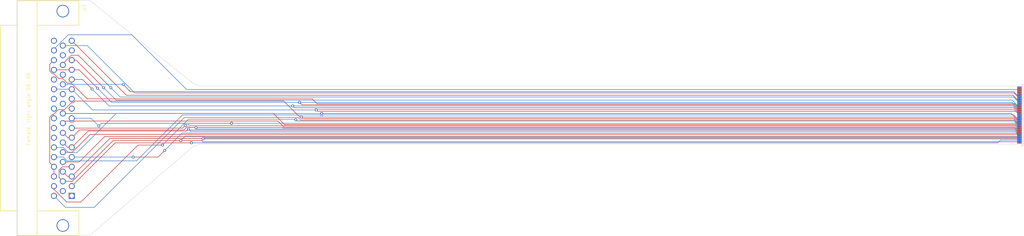
<source format=kicad_pcb>
(kicad_pcb (version 20221018) (generator pcbnew)
  (title_block (title "FNAL AstroDewar MAS Flex Circuit") (date "2024-01-13") (rev "1") (company "Lawrence Berkeley National Laboratory"))
  (layers (0 "F.Cu" signal) (31 "B.Cu" signal) (34 "B.Paste" user) (35 "F.Paste" user) (36 "B.SilkS" user "B.Silkscreen") (37 "F.SilkS" user "F.Silkscreen") (38 "B.Mask" user) (39 "F.Mask" user) (44 "Edge.Cuts" user))
  (net 0 "")
  (net 1 "GND")
  (net 2 "H1A")
  (net 3 "H2C")
  (net 4 "H3C")
  (net 5 "RGA")
  (net 6 "SWC")
  (net 7 "OGC")
  (net 8 "DGA")
  (net 9 "TGA")
  (net 10 "V1A")
  (net 11 "V2C")
  (net 12 "V3A")
  (net 13 "VREF")
  (net 14 "VDD")
  (net 15 "VDRAIN")
  (net 16 "P+MAS")
  (net 17 "VID2")
  (net 18 "VID1")
  (net 19 "VSUB")
  (net 20 "H1B")
  (net 21 "RGB")
  (net 22 "DGB")
  (net 23 "TGB")
  (net 24 "V1B")
  (net 25 "V3B")
  (net 26 "N+MAS")
  (net 27 "VID4")
  (net 28 "VID3")
  (footprint "projectFootprints:DB50-Female-RightAngle-1195-5050-ND" (layer "F.Cu") (at 86.4108 115.1126 -90)
    (fp_text reference "U1" (at -9.5 -3.5 90) (layer "F.SilkS"))
    (fp_text value "DB-50-LTA-V2" hide)
    (fp_line (start -11.408 -2.02) (end -4.408 -2.02) (stroke (width 0.254)) (layer "F.SilkS"))
    (fp_line (start -11.408 15.48) (end -11.408 -2.02) (stroke (width 0.254)) (layer "F.SilkS"))
    (fp_line (start -11.408 15.48) (end 55.592 15.48) (stroke (width 0.254)) (layer "F.SilkS"))
    (fp_line (start -4.408 -2.02) (end -4.408 9.88) (stroke (width 0.254)) (layer "F.SilkS"))
    (fp_line (start -4.408 20.32) (end -4.408 15.48) (stroke (width 0.254)) (layer "F.SilkS"))
    (fp_line (start -4.408 20.32) (end 48.592 20.32) (stroke (width 0.254)) (layer "F.SilkS"))
    (fp_line (start 48.592 -2.02) (end 48.592 9.88) (stroke (width 0.254)) (layer "F.SilkS"))
    (fp_line (start 48.592 20.32) (end 48.592 15.48) (stroke (width 0.254)) (layer "F.SilkS"))
    (fp_line (start 55.592 -2.02) (end 48.592 -2.02) (stroke (width 0.254)) (layer "F.SilkS"))
    (fp_line (start 55.592 9.88) (end -11.408 9.88) (stroke (width 0.254)) (layer "F.SilkS"))
    (fp_line (start 55.592 15.48) (end 55.592 -2.02) (stroke (width 0.254)) (layer "F.SilkS"))
    (pad "1" thru_hole rect (at 44.2978 0.0002 270) (size 1.7018 1.7018) (drill 1.1938) (layers "*.Cu" "*.Mask") (net 1 "GND"))
    (pad "2" thru_hole circle (at 41.5292 0.0002 270) (size 1.7018 1.7018) (drill 1.1938) (layers "*.Cu" "*.Mask") (net 2 "H1A"))
    (pad "3" thru_hole circle (at 38.7606 0.0002 270) (size 1.7018 1.7018) (drill 1.1938) (layers "*.Cu" "*.Mask") (net 3 "H2C"))
    (pad "4" thru_hole circle (at 35.992 0.0002 270) (size 1.7018 1.7018) (drill 1.1938) (layers "*.Cu" "*.Mask") (net 4 "H3C"))
    (pad "5" thru_hole circle (at 33.2234 0.0002 270) (size 1.7018 1.7018) (drill 1.1938) (layers "*.Cu" "*.Mask") (net 5 "RGA"))
    (pad "6" thru_hole circle (at 30.4548 0.0002 270) (size 1.7018 1.7018) (drill 1.1938) (layers "*.Cu" "*.Mask") (net 6 "SWC"))
    (pad "7" thru_hole circle (at 27.6862 0.0002 270) (size 1.7018 1.7018) (drill 1.1938) (layers "*.Cu" "*.Mask") (net 7 "OGC"))
    (pad "8" thru_hole circle (at 24.9176 0.0002 270) (size 1.7018 1.7018) (drill 1.1938) (layers "*.Cu" "*.Mask") (net 8 "DGA"))
    (pad "9" thru_hole circle (at 22.149 0.0002 270) (size 1.7018 1.7018) (drill 1.1938) (layers "*.Cu" "*.Mask") (net 9 "TGA"))
    (pad "10" thru_hole circle (at 19.3804 0.0002 270) (size 1.7018 1.7018) (drill 1.1938) (layers "*.Cu" "*.Mask") (net 1 "GND"))
    (pad "11" thru_hole circle (at 16.6118 0.0002 270) (size 1.7018 1.7018) (drill 1.1938) (layers "*.Cu" "*.Mask") (net 1 "GND"))
    (pad "12" thru_hole circle (at 13.8432 0.0002 270) (size 1.7018 1.7018) (drill 1.1938) (layers "*.Cu" "*.Mask") (net 13 "VREF"))
    (pad "13" thru_hole circle (at 11.0746 0.0002 270) (size 1.7018 1.7018) (drill 1.1938) (layers "*.Cu" "*.Mask") (net 14 "VDD"))
    (pad "14" thru_hole circle (at 8.306 0.0002 270) (size 1.7018 1.7018) (drill 1.1938) (layers "*.Cu" "*.Mask") (net 15 "VDRAIN"))
    (pad "15" thru_hole circle (at 5.5374 0.0002 270) (size 1.7018 1.7018) (drill 1.1938) (layers "*.Cu" "*.Mask") (net 16 "P+MAS"))
    (pad "16" thru_hole circle (at 2.7688 0.0002 270) (size 1.7018 1.7018) (drill 1.1938) (layers "*.Cu" "*.Mask") (net 1 "GND"))
    (pad "17" thru_hole circle (at 0.0002 0.0002 270) (size 1.7018 1.7018) (drill 1.1938) (layers "*.Cu" "*.Mask") (net 27 "VID4"))
    (pad "18" thru_hole circle (at 42.9135 2.54 270) (size 1.7018 1.7018) (drill 1.1938) (layers "*.Cu" "*.Mask") (net 1 "GND"))
    (pad "19" thru_hole circle (at 40.1449 2.54 270) (size 1.7018 1.7018) (drill 1.1938) (layers "*.Cu" "*.Mask") (net 4 "H3C"))
    (pad "20" thru_hole circle (at 37.3763 2.54 270) (size 1.7018 1.7018) (drill 1.1938) (layers "*.Cu" "*.Mask") (net 3 "H2C"))
    (pad "21" thru_hole circle (at 34.6077 2.54 270) (size 1.7018 1.7018) (drill 1.1938) (layers "*.Cu" "*.Mask") (net 20 "H1B"))
    (pad "22" thru_hole circle (at 31.8391 2.54 270) (size 1.7018 1.7018) (drill 1.1938) (layers "*.Cu" "*.Mask") (net 21 "RGB"))
    (pad "23" thru_hole circle (at 29.0705 2.54 270) (size 1.7018 1.7018) (drill 1.1938) (layers "*.Cu" "*.Mask") (net 6 "SWC"))
    (pad "24" thru_hole circle (at 26.3019 2.54 270) (size 1.7018 1.7018) (drill 1.1938) (layers "*.Cu" "*.Mask") (net 7 "OGC"))
    (pad "25" thru_hole circle (at 23.5333 2.54 270) (size 1.7018 1.7018) (drill 1.1938) (layers "*.Cu" "*.Mask") (net 22 "DGB"))
    (pad "26" thru_hole circle (at 20.7647 2.54 270) (size 1.7018 1.7018) (drill 1.1938) (layers "*.Cu" "*.Mask") (net 23 "TGB"))
    (pad "27" thru_hole circle (at 17.9961 2.54 270) (size 1.7018 1.7018) (drill 1.1938) (layers "*.Cu" "*.Mask") (net 1 "GND"))
    (pad "28" thru_hole circle (at 15.2275 2.54 270) (size 1.7018 1.7018) (drill 1.1938) (layers "*.Cu" "*.Mask") (net 1 "GND"))
    (pad "29" thru_hole circle (at 12.4589 2.54 270) (size 1.7018 1.7018) (drill 1.1938) (layers "*.Cu" "*.Mask") (net 28 "VID3"))
    (pad "30" thru_hole circle (at 9.6903 2.54 270) (size 1.7018 1.7018) (drill 1.1938) (layers "*.Cu" "*.Mask") (net 1 "GND"))
    (pad "31" thru_hole circle (at 6.9217 2.54 270) (size 1.7018 1.7018) (drill 1.1938) (layers "*.Cu" "*.Mask") (net 17 "VID2"))
    (pad "32" thru_hole circle (at 4.1531 2.54 270) (size 1.7018 1.7018) (drill 1.1938) (layers "*.Cu" "*.Mask") (net 1 "GND"))
    (pad "33" thru_hole circle (at 1.3845 2.54 270) (size 1.7018 1.7018) (drill 1.1938) (layers "*.Cu" "*.Mask") (net 18 "VID1"))
    (pad "34" thru_hole circle (at 44.2978 5.0798 270) (size 1.7018 1.7018) (drill 1.1938) (layers "*.Cu" "*.Mask") (net 10 "V1A"))
    (pad "35" thru_hole circle (at 41.5292 5.0798 270) (size 1.7018 1.7018) (drill 1.1938) (layers "*.Cu" "*.Mask") (net 24 "V1B"))
    (pad "36" thru_hole circle (at 38.7606 5.0798 270) (size 1.7018 1.7018) (drill 1.1938) (layers "*.Cu" "*.Mask") (net 11 "V2C"))
    (pad "37" thru_hole circle (at 35.992 5.0798 270) (size 1.7018 1.7018) (drill 1.1938) (layers "*.Cu" "*.Mask") (net 11 "V2C"))
    (pad "38" thru_hole circle (at 33.2234 5.0798 270) (size 1.7018 1.7018) (drill 1.1938) (layers "*.Cu" "*.Mask") (net 12 "V3A"))
    (pad "39" thru_hole circle (at 30.4548 5.0798 270) (size 1.7018 1.7018) (drill 1.1938) (layers "*.Cu" "*.Mask") (net 25 "V3B"))
    (pad "40" thru_hole circle (at 27.6862 5.0798 270) (size 1.7018 1.7018) (drill 1.1938) (layers "*.Cu" "*.Mask") (net 1 "GND"))
    (pad "41" thru_hole circle (at 24.9176 5.0798 270) (size 1.7018 1.7018) (drill 1.1938) (layers "*.Cu" "*.Mask"))
    (pad "42" thru_hole circle (at 22.149 5.0798 270) (size 1.7018 1.7018) (drill 1.1938) (layers "*.Cu" "*.Mask"))
    (pad "43" thru_hole circle (at 19.3804 5.0798 270) (size 1.7018 1.7018) (drill 1.1938) (layers "*.Cu" "*.Mask") (net 1 "GND"))
    (pad "44" thru_hole circle (at 16.6118 5.0798 270) (size 1.7018 1.7018) (drill 1.1938) (layers "*.Cu" "*.Mask") (net 1 "GND"))
    (pad "45" thru_hole circle (at 13.8432 5.0798 270) (size 1.7018 1.7018) (drill 1.1938) (layers "*.Cu" "*.Mask") (net 13 "VREF"))
    (pad "46" thru_hole circle (at 11.0746 5.0798 270) (size 1.7018 1.7018) (drill 1.1938) (layers "*.Cu" "*.Mask") (net 14 "VDD"))
    (pad "47" thru_hole circle (at 8.306 5.0798 270) (size 1.7018 1.7018) (drill 1.1938) (layers "*.Cu" "*.Mask") (net 15 "VDRAIN"))
    (pad "48" thru_hole circle (at 5.5374 5.0798 270) (size 1.7018 1.7018) (drill 1.1938) (layers "*.Cu" "*.Mask") (net 26 "N+MAS"))
    (pad "49" thru_hole circle (at 2.7688 5.0798 270) (size 1.7018 1.7018) (drill 1.1938) (layers "*.Cu" "*.Mask") (net 19 "VSUB"))
    (pad "50" thru_hole circle (at 0.0002 5.0798 270) (size 1.7018 1.7018) (drill 1.1938) (layers "*.Cu" "*.Mask") (net 1 "GND"))
    (pad "51" thru_hole circle (at 52.756 2.54 270) (size 3.556 3.556) (drill 3.1) (layers "*.Cu" "*.Mask") (net 1 "GND"))
    (pad "52" thru_hole circle (at -8.458 2.54 270) (size 3.556 3.556) (drill 3.1) (layers "*.Cu" "*.Mask") (net 1 "GND"))
  )
  (footprint "projectFootprints:Omnetics_A28300-051_flexmount" (layer "B.Cu") (at 356.4636 144.272 90)
    (fp_text reference "J1" hide)
    (fp_text value "Conn_02x25_Top_Bottom")
    (fp_line (start -0.8255 0.889) (end -0.8255 0.381) (stroke (width 0.1)) (layer "B.SilkS"))
    (fp_line (start -0.8255 0.889) (end 16.7005 0.889) (stroke (width 0.1)) (layer "B.SilkS"))
    (fp_line (start 16.7005 0.889) (end 16.7005 0.381) (stroke (width 0.1)) (layer "B.SilkS"))
    (pad "1" smd rect (at 0 0 90) (size 0.4318 1.27) (layers "B.Cu" "B.Paste" "B.Mask") (net 1 "GND"))
    (pad "2" smd rect (at 0.635 0 90) (size 0.4318 1.27) (layers "B.Cu" "B.Paste" "B.Mask") (net 2 "H1A"))
    (pad "3" smd rect (at 1.27 0 90) (size 0.4318 1.27) (layers "B.Cu" "B.Paste" "B.Mask") (net 3 "H2C"))
    (pad "4" smd rect (at 1.905 0 90) (size 0.4318 1.27) (layers "B.Cu" "B.Paste" "B.Mask") (net 4 "H3C"))
    (pad "5" smd rect (at 2.54 0 90) (size 0.4318 1.27) (layers "B.Cu" "B.Paste" "B.Mask") (net 5 "RGA"))
    (pad "6" smd rect (at 3.175 0 90) (size 0.4318 1.27) (layers "B.Cu" "B.Paste" "B.Mask") (net 6 "SWC"))
    (pad "7" smd rect (at 3.81 0 90) (size 0.4318 1.27) (layers "B.Cu" "B.Paste" "B.Mask") (net 7 "OGC"))
    (pad "8" smd rect (at 4.445 0 90) (size 0.4318 1.27) (layers "B.Cu" "B.Paste" "B.Mask") (net 8 "DGA"))
    (pad "9" smd rect (at 5.08 0 90) (size 0.4318 1.27) (layers "B.Cu" "B.Paste" "B.Mask") (net 9 "TGA"))
    (pad "10" smd rect (at 5.715 0 90) (size 0.4318 1.27) (layers "B.Cu" "B.Paste" "B.Mask") (net 10 "V1A"))
    (pad "11" smd rect (at 6.35 0 90) (size 0.4318 1.27) (layers "B.Cu" "B.Paste" "B.Mask") (net 11 "V2C"))
    (pad "12" smd rect (at 6.985 0 90) (size 0.4318 1.27) (layers "B.Cu" "B.Paste" "B.Mask") (net 12 "V3A"))
    (pad "13" smd rect (at 7.62 0 90) (size 0.4318 1.27) (layers "B.Cu" "B.Paste" "B.Mask") (net 1 "GND"))
    (pad "14" smd rect (at 8.255 0 90) (size 0.4318 1.27) (layers "B.Cu" "B.Paste" "B.Mask") (net 1 "GND"))
    (pad "15" smd rect (at 8.89 0 90) (size 0.4318 1.27) (layers "B.Cu" "B.Paste" "B.Mask") (net 13 "VREF"))
    (pad "16" smd rect (at 9.525 0 90) (size 0.4318 1.27) (layers "B.Cu" "B.Paste" "B.Mask") (net 14 "VDD"))
    (pad "17" smd rect (at 10.16 0 90) (size 0.4318 1.27) (layers "B.Cu" "B.Paste" "B.Mask") (net 15 "VDRAIN"))
    (pad "18" smd rect (at 10.795 0 90) (size 0.4318 1.27) (layers "B.Cu" "B.Paste" "B.Mask") (net 16 "P+MAS"))
    (pad "19" smd rect (at 11.43 0 90) (size 0.4318 1.27) (layers "B.Cu" "B.Paste" "B.Mask") (net 1 "GND"))
    (pad "20" smd rect (at 12.065 0 90) (size 0.4318 1.27) (layers "B.Cu" "B.Paste" "B.Mask") (net 17 "VID2"))
    (pad "21" smd rect (at 12.7 0 90) (size 0.4318 1.27) (layers "B.Cu" "B.Paste" "B.Mask") (net 1 "GND"))
    (pad "22" smd rect (at 13.335 0 90) (size 0.4318 1.27) (layers "B.Cu" "B.Paste" "B.Mask") (net 18 "VID1"))
    (pad "23" smd rect (at 13.97 0 90) (size 0.4318 1.27) (layers "B.Cu" "B.Paste" "B.Mask") (net 1 "GND"))
    (pad "24" smd rect (at 14.605 0 90) (size 0.4318 1.27) (layers "B.Cu" "B.Paste" "B.Mask") (net 1 "GND"))
    (pad "25" smd rect (at 15.24 0 90) (size 0.4318 1.27) (layers "B.Cu" "B.Paste" "B.Mask") (net 19 "VSUB"))
    (pad "26" smd rect (at 15.875 0 90) (size 0.4318 1.27) (layers "B.Cu" "B.Paste" "B.Mask") (net 1 "GND"))
    (pad "27" smd rect (at 0.3175 0 90) (size 0.4318 1.27) (layers "F.Cu" "B.Paste" "B.Mask") (net 4 "H3C"))
    (pad "28" smd rect (at 0.9525 0 90) (size 0.4318 1.27) (layers "F.Cu" "B.Paste" "B.Mask") (net 3 "H2C"))
    (pad "29" smd rect (at 1.5875 0 90) (size 0.4318 1.27) (layers "F.Cu" "B.Paste" "B.Mask") (net 20 "H1B"))
    (pad "30" smd rect (at 2.2225 0 90) (size 0.4318 1.27) (layers "F.Cu" "B.Paste" "B.Mask") (net 21 "RGB"))
    (pad "31" smd rect (at 2.8575 0 90) (size 0.4318 1.27) (layers "F.Cu" "B.Paste" "B.Mask") (net 6 "SWC"))
    (pad "32" smd rect (at 3.4925 0 90) (size 0.4318 1.27) (layers "F.Cu" "B.Paste" "B.Mask") (net 7 "OGC"))
    (pad "33" smd rect (at 4.1275 0 90) (size 0.4318 1.27) (layers "F.Cu" "B.Paste" "B.Mask") (net 22 "DGB"))
    (pad "34" smd rect (at 4.7625 0 90) (size 0.4318 1.27) (layers "F.Cu" "B.Paste" "B.Mask") (net 23 "TGB"))
    (pad "35" smd rect (at 5.3975 0 90) (size 0.4318 1.27) (layers "F.Cu" "B.Paste" "B.Mask") (net 24 "V1B"))
    (pad "36" smd rect (at 6.0325 0 90) (size 0.4318 1.27) (layers "F.Cu" "B.Paste" "B.Mask") (net 11 "V2C"))
    (pad "37" smd rect (at 6.6675 0 90) (size 0.4318 1.27) (layers "F.Cu" "B.Paste" "B.Mask") (net 25 "V3B"))
    (pad "38" smd rect (at 7.3025 0 90) (size 0.4318 1.27) (layers "F.Cu" "B.Paste" "B.Mask") (net 1 "GND"))
    (pad "39" smd rect (at 7.9375 0 90) (size 0.4318 1.27) (layers "F.Cu" "B.Paste" "B.Mask") (net 1 "GND"))
    (pad "40" smd rect (at 8.5725 0 90) (size 0.4318 1.27) (layers "F.Cu" "B.Paste" "B.Mask") (net 13 "VREF"))
    (pad "41" smd rect (at 9.2075 0 90) (size 0.4318 1.27) (layers "F.Cu" "B.Paste" "B.Mask") (net 14 "VDD"))
    (pad "42" smd rect (at 9.8425 0 90) (size 0.4318 1.27) (layers "F.Cu" "B.Paste" "B.Mask") (net 15 "VDRAIN"))
    (pad "43" smd rect (at 10.4775 0 90) (size 0.4318 1.27) (layers "F.Cu" "B.Paste" "B.Mask") (net 26 "N+MAS"))
    (pad "44" smd rect (at 11.1125 0 90) (size 0.4318 1.27) (layers "F.Cu" "B.Paste" "B.Mask") (net 1 "GND"))
    (pad "45" smd rect (at 11.7475 0 90) (size 0.4318 1.27) (layers "F.Cu" "B.Paste" "B.Mask") (net 1 "GND"))
    (pad "46" smd rect (at 12.3825 0 90) (size 0.4318 1.27) (layers "F.Cu" "B.Paste" "B.Mask") (net 27 "VID4"))
    (pad "47" smd rect (at 13.0175 0 90) (size 0.4318 1.27) (layers "F.Cu" "B.Paste" "B.Mask") (net 1 "GND"))
    (pad "48" smd rect (at 13.6525 0 90) (size 0.4318 1.27) (layers "F.Cu" "B.Paste" "B.Mask") (net 28 "VID3"))
    (pad "49" smd rect (at 14.2875 0 90) (size 0.4318 1.27) (layers "F.Cu" "B.Paste" "B.Mask") (net 1 "GND"))
    (pad "50" smd rect (at 14.9225 0 90) (size 0.4318 1.27) (layers "F.Cu" "B.Paste" "B.Mask") (net 1 "GND"))
    (pad "51" smd rect (at 15.5575 0 90) (size 0.4318 1.27) (layers "F.Cu" "B.Paste" "B.Mask"))
  )
  (gr_line (start 91.44 170.7896) (end 120.142001 146.050001) (stroke (width 0.1)) (layer "Edge.Cuts"))
  (gr_line (start 70.7644 103.5304) (end 70.7644 170.7896) (stroke (width 0.1)) (layer "Edge.Cuts"))
  (gr_line (start 91.44 103.5304) (end 120.142 126.619) (stroke (width 0.1)) (layer "Edge.Cuts"))
  (gr_arc (start 120.142001 146.050001) (mid 121.84395 144.982959) (end 123.825071 144.650744) (stroke (width 0.1)) (layer "Edge.Cuts"))
  (gr_line (start 123.825 144.653) (end 357.378 144.653) (stroke (width 0.1)) (layer "Edge.Cuts"))
  (gr_arc (start 123.825069 128.018256) (mid 121.843949 127.686041) (end 120.142 126.619) (stroke (width 0.1)) (layer "Edge.Cuts"))
  (gr_line (start 70.7644 103.5304) (end 91.44 103.5304) (stroke (width 0.1)) (layer "Edge.Cuts"))
  (gr_line (start 123.825 128.016) (end 357.378 128.016) (stroke (width 0.1)) (layer "Edge.Cuts"))
  (gr_line (start 70.7644 170.7896) (end 91.44 170.7896) (stroke (width 0.1)) (layer "Edge.Cuts"))
  (gr_line (start 357.723567 127.508) (end 357.723567 145.161) (stroke (width 0.1)) (layer "Edge.Cuts"))
  (gr_text "Female, right angle DB-50" (at 74.676 145.1356 90) (layer "F.SilkS") (effects (font (size 1 1)) (justify left bottom)))
  (segment (start 98.774 144.2784) (end 86.4106 156.6418) (width 0.1524) (layer "F.Cu") (net 2))
  (segment (start 120.5166 144.2784) (end 98.774 144.2784) (width 0.1524) (layer "F.Cu") (net 2))
  (segment (start 120.523 144.272) (end 120.5166 144.2784) (width 0.1524) (layer "F.Cu") (net 2))
  (via (at 120.523 144.272) (size 0.8) (drill 0.4) (layers "F.Cu" "B.Cu") (net 2))
  (segment (start 350.266 144.272) (end 351.028 143.51) (width 0.1524) (layer "B.Cu") (net 2))
  (segment (start 356.3366 143.51) (end 356.4636 143.637) (width 0.1524) (layer "B.Cu") (net 2))
  (segment (start 120.523 144.272) (end 350.266 144.272) (width 0.1524) (layer "B.Cu") (net 2))
  (segment (start 351.028 143.51) (end 356.3366 143.51) (width 0.1524) (layer "B.Cu") (net 2))
  (segment (start 123.8319 143.129) (end 356.2731 143.129) (width 0.1524) (layer "F.Cu") (net 3))
  (segment (start 83.8708 152.4889) (end 85.2551 153.8732) (width 0.1524) (layer "F.Cu") (net 3))
  (segment (start 123.7113 143.0084) (end 97.2754 143.0084) (width 0.1524) (layer "F.Cu") (net 3))
  (segment (start 123.825 143.1221) (end 123.7113 143.0084) (width 0.1524) (layer "F.Cu") (net 3))
  (segment (start 356.2731 143.129) (end 356.4636 143.3195) (width 0.1524) (layer "F.Cu") (net 3))
  (segment (start 97.2754 143.0084) (end 86.4106 153.8732) (width 0.1524) (layer "F.Cu") (net 3))
  (segment (start 123.825 143.1221) (end 123.8319 143.129) (width 0.1524) (layer "F.Cu") (net 3))
  (segment (start 85.2551 153.8732) (end 86.4106 153.8732) (width 0.1524) (layer "F.Cu") (net 3))
  (via (at 123.825 143.1221) (size 0.8) (drill 0.4) (layers "F.Cu" "B.Cu") (net 3))
  (segment (start 355.854 143.002) (end 356.4636 143.002) (width 0.1524) (layer "B.Cu") (net 3))
  (segment (start 123.825 143.1221) (end 124.0721 142.875) (width 0.1524) (layer "B.Cu") (net 3))
  (segment (start 355.727 142.875) (end 355.854 143.002) (width 0.1524) (layer "B.Cu") (net 3))
  (segment (start 124.0721 142.875) (end 355.727 142.875) (width 0.1524) (layer "B.Cu") (net 3))
  (segment (start 123.450425 143.6365) (end 98.173944 143.6365) (width 0.1524) (layer "F.Cu") (net 4))
  (segment (start 82.7913 152.0317) (end 83.7184 151.1046) (width 0.1524) (layer "F.Cu") (net 4))
  (segment (start 86.552944 155.2575) (end 83.8708 155.2575) (width 0.1524) (layer "F.Cu") (net 4))
  (segment (start 98.173944 143.6365) (end 86.552944 155.2575) (width 0.1524) (layer "F.Cu") (net 4))
  (segment (start 83.7184 151.1046) (end 86.4106 151.1046) (width 0.1524) (layer "F.Cu") (net 4))
  (segment (start 123.768425 143.9545) (end 123.450425 143.6365) (width 0.1524) (layer "F.Cu") (net 4))
  (segment (start 82.7913 154.178) (end 82.7913 152.0317) (width 0.1524) (layer "F.Cu") (net 4))
  (segment (start 356.4636 143.9545) (end 123.768425 143.9545) (width 0.1524) (layer "F.Cu") (net 4))
  (segment (start 83.8708 155.2575) (end 82.7913 154.178) (width 0.1524) (layer "F.Cu") (net 4))
  (via (at 117.475 143.6365) (size 0.8) (drill 0.4) (layers "F.Cu" "B.Cu") (net 4))
  (segment (start 117.475 143.6365) (end 117.4755 143.6365) (width 0.1524) (layer "B.Cu") (net 4))
  (segment (start 117.4755 143.6365) (end 118.745 142.367) (width 0.1524) (layer "B.Cu") (net 4))
  (segment (start 118.745 142.367) (end 356.4636 142.367) (width 0.1524) (layer "B.Cu") (net 4))
  (segment (start 112.903 146.431) (end 110.998 148.336) (width 0.1524) (layer "F.Cu") (net 5))
  (segment (start 110.998 148.336) (end 103.886 148.336) (width 0.1524) (layer "F.Cu") (net 5))
  (via (at 103.886 148.336) (size 0.8) (drill 0.4) (layers "F.Cu" "B.Cu") (net 5))
  (via (at 112.903 146.431) (size 0.8) (drill 0.4) (layers "F.Cu" "B.Cu") (net 5))
  (segment (start 117.856 141.478) (end 355.5365 141.478) (width 0.1524) (layer "B.Cu") (net 5))
  (segment (start 103.886 148.336) (end 86.4106 148.336) (width 0.1524) (layer "B.Cu") (net 5))
  (segment (start 355.7905 141.732) (end 356.4636 141.732) (width 0.1524) (layer "B.Cu") (net 5))
  (segment (start 355.5365 141.478) (end 355.7905 141.732) (width 0.1524) (layer "B.Cu") (net 5))
  (segment (start 112.903 146.431) (end 117.856 141.478) (width 0.1524) (layer "B.Cu") (net 5))
  (segment (start 355.346 140.97) (end 355.7905 141.4145) (width 0.1524) (layer "F.Cu") (net 6))
  (segment (start 83.8708 144.1831) (end 85.2551 145.5674) (width 0.1524) (layer "F.Cu") (net 6))
  (segment (start 119.634 140.335) (end 119.0752 140.8938) (width 0.1524) (layer "F.Cu") (net 6))
  (segment (start 119.0752 140.8938) (end 91.0842 140.8938) (width 0.1524) (layer "F.Cu") (net 6))
  (segment (start 119.634 140.335) (end 120.269 140.97) (width 0.1524) (layer "F.Cu") (net 6))
  (segment (start 85.2551 145.5674) (end 86.4106 145.5674) (width 0.1524) (layer "F.Cu") (net 6))
  (segment (start 120.269 140.97) (end 355.346 140.97) (width 0.1524) (layer "F.Cu") (net 6))
  (segment (start 91.0842 140.8938) (end 86.4106 145.5674) (width 0.1524) (layer "F.Cu") (net 6))
  (segment (start 355.7905 141.4145) (end 356.4636 141.4145) (width 0.1524) (layer "F.Cu") (net 6))
  (via (at 119.634 140.335) (size 0.8) (drill 0.4) (layers "F.Cu" "B.Cu") (net 6))
  (segment (start 119.634 140.335) (end 119.888 140.589) (width 0.1524) (layer "B.Cu") (net 6))
  (segment (start 119.888 140.589) (end 355.3206 140.589) (width 0.1524) (layer "B.Cu") (net 6))
  (segment (start 355.3206 140.589) (end 355.8286 141.097) (width 0.1524) (layer "B.Cu") (net 6))
  (segment (start 355.8286 141.097) (end 356.4636 141.097) (width 0.1524) (layer "B.Cu") (net 6))
  (segment (start 119.894375 139.7064) (end 119.2466 139.7064) (width 0.1524) (layer "F.Cu") (net 7))
  (segment (start 88.6204 140.589) (end 86.4106 142.7988) (width 0.1524) (layer "F.Cu") (net 7))
  (segment (start 118.364 140.589) (end 88.6204 140.589) (width 0.1524) (layer "F.Cu") (net 7))
  (segment (start 120.014975 139.827) (end 119.894375 139.7064) (width 0.1524) (layer "F.Cu") (net 7))
  (segment (start 146.685748 140.0048) (end 146.507948 139.827) (width 0.1524) (layer "F.Cu") (net 7))
  (segment (start 355.7905 140.7795) (end 355.0158 140.0048) (width 0.1524) (layer "F.Cu") (net 7))
  (segment (start 119.2466 139.7064) (end 118.364 140.589) (width 0.1524) (layer "F.Cu") (net 7))
  (segment (start 83.8708 141.4145) (end 85.2551 142.7988) (width 0.1524) (layer "F.Cu") (net 7))
  (segment (start 355.0158 140.0048) (end 146.685748 140.0048) (width 0.1524) (layer "F.Cu") (net 7))
  (segment (start 85.2551 142.7988) (end 86.4106 142.7988) (width 0.1524) (layer "F.Cu") (net 7))
  (segment (start 146.507948 139.827) (end 120.014975 139.827) (width 0.1524) (layer "F.Cu") (net 7))
  (segment (start 356.4636 140.7795) (end 355.7905 140.7795) (width 0.1524) (layer "F.Cu") (net 7))
  (via (at 121.793 139.9338) (size 0.8) (drill 0.4) (layers "F.Cu" "B.Cu") (net 7))
  (segment (start 355.854 140.462) (end 356.4636 140.462) (width 0.1524) (layer "B.Cu") (net 7))
  (segment (start 122.1434 140.2842) (end 355.6762 140.2842) (width 0.1524) (layer "B.Cu") (net 7))
  (segment (start 355.6762 140.2842) (end 355.854 140.462) (width 0.1524) (layer "B.Cu") (net 7))
  (segment (start 121.793 139.9338) (end 122.1434 140.2842) (width 0.1524) (layer "B.Cu") (net 7))
  (segment (start 118.744634 139.318634) (end 117.988668 140.0746) (width 0.1524) (layer "F.Cu") (net 8))
  (segment (start 86.455 140.0746) (end 86.4106 140.0302) (width 0.1524) (layer "F.Cu") (net 8))
  (segment (start 117.988668 140.0746) (end 86.455 140.0746) (width 0.1524) (layer "F.Cu") (net 8))
  (via (at 118.744634 139.318634) (size 0.8) (drill 0.4) (layers "F.Cu" "B.Cu") (net 8))
  (segment (start 120.0017 139.3057) (end 355.2057 139.3057) (width 0.1524) (layer "B.Cu") (net 8))
  (segment (start 118.744634 139.318634) (end 118.998268 139.065) (width 0.1524) (layer "B.Cu") (net 8))
  (segment (start 355.2057 139.3057) (end 355.727 139.827) (width 0.1524) (layer "B.Cu") (net 8))
  (segment (start 119.761 139.065) (end 120.0017 139.3057) (width 0.1524) (layer "B.Cu") (net 8))
  (segment (start 118.998268 139.065) (end 119.761 139.065) (width 0.1524) (layer "B.Cu") (net 8))
  (segment (start 355.727 139.827) (end 356.4636 139.827) (width 0.1524) (layer "B.Cu") (net 8))
  (segment (start 131.9461 138.684) (end 94.869 138.684) (width 0.1524) (layer "F.Cu") (net 9))
  (segment (start 131.953 138.6771) (end 131.9461 138.684) (width 0.1524) (layer "F.Cu") (net 9))
  (segment (start 94.869 138.684) (end 94.107 139.446) (width 0.1524) (layer "F.Cu") (net 9))
  (via (at 94.107 139.446) (size 0.8) (drill 0.4) (layers "F.Cu" "B.Cu") (net 9))
  (via (at 131.953 138.6771) (size 0.8) (drill 0.4) (layers "F.Cu" "B.Cu") (net 9))
  (segment (start 131.9599 138.684) (end 355.346 138.684) (width 0.1524) (layer "B.Cu") (net 9))
  (segment (start 94.107 139.446) (end 91.9226 137.2616) (width 0.1524) (layer "B.Cu") (net 9))
  (segment (start 355.854 139.192) (end 356.4636 139.192) (width 0.1524) (layer "B.Cu") (net 9))
  (segment (start 131.953 138.6771) (end 131.9599 138.684) (width 0.1524) (layer "B.Cu") (net 9))
  (segment (start 355.346 138.684) (end 355.854 139.192) (width 0.1524) (layer "B.Cu") (net 9))
  (segment (start 91.9226 137.2616) (end 86.4106 137.2616) (width 0.1524) (layer "B.Cu") (net 9))
  (segment (start 354.9523 137.7188) (end 151.5872 137.7188) (width 0.1524) (layer "B.Cu") (net 10))
  (segment (start 84.6076 162.687) (end 81.331 159.4104) (width 0.1524) (layer "B.Cu") (net 10))
  (segment (start 118.4846 137.0394) (end 92.837 162.687) (width 0.1524) (layer "B.Cu") (net 10))
  (segment (start 150.9078 137.0394) (end 118.4846 137.0394) (width 0.1524) (layer "B.Cu") (net 10))
  (segment (start 151.5872 137.7188) (end 150.9078 137.0394) (width 0.1524) (layer "B.Cu") (net 10))
  (segment (start 356.4636 138.557) (end 355.7905 138.557) (width 0.1524) (layer "B.Cu") (net 10))
  (segment (start 355.7905 138.557) (end 354.9523 137.7188) (width 0.1524) (layer "B.Cu") (net 10))
  (segment (start 92.837 162.687) (end 84.6076 162.687) (width 0.1524) (layer "B.Cu") (net 10))
  (segment (start 81.206644 136.144) (end 80.921956 136.144) (width 0.1524) (layer "F.Cu") (net 11))
  (segment (start 355.7905 138.2395) (end 356.4636 138.2395) (width 0.1524) (layer "F.Cu") (net 11))
  (segment (start 86.857744 132.8039) (end 86.311844 132.8039) (width 0.1524) (layer "F.Cu") (net 11))
  (segment (start 86.311844 132.8039) (end 84.317944 134.7978) (width 0.1524) (layer "F.Cu") (net 11))
  (segment (start 80.137 136.928956) (end 80.137 149.9106) (width 0.1524) (layer "F.Cu") (net 11))
  (segment (start 80.137 149.9106) (end 81.331 151.1046) (width 0.1524) (layer "F.Cu") (net 11))
  (segment (start 82.552844 134.7978) (end 81.206644 136.144) (width 0.1524) (layer "F.Cu") (net 11))
  (segment (start 152.2291 137.3124) (end 354.8634 137.3124) (width 0.1524) (layer "F.Cu") (net 11))
  (segment (start 87.327644 132.334) (end 86.857744 132.8039) (width 0.1524) (layer "F.Cu") (net 11))
  (segment (start 354.8634 137.3124) (end 355.7905 138.2395) (width 0.1524) (layer "F.Cu") (net 11))
  (segment (start 151.8412 136.9245) (end 151.4025 136.9245) (width 0.1524) (layer "F.Cu") (net 11))
  (segment (start 80.921956 136.144) (end 80.137 136.928956) (width 0.1524) (layer "F.Cu") (net 11))
  (segment (start 81.331 151.1046) (end 81.331 153.8732) (width 0.1524) (layer "F.Cu") (net 11))
  (segment (start 151.8412 136.9245) (end 152.2291 137.3124) (width 0.1524) (layer "F.Cu") (net 11))
  (segment (start 151.4025 136.9245) (end 146.812 132.334) (width 0.1524) (layer "F.Cu") (net 11))
  (segment (start 146.812 132.334) (end 87.327644 132.334) (width 0.1524) (layer "F.Cu") (net 11))
  (segment (start 84.317944 134.7978) (end 82.552844 134.7978) (width 0.1524) (layer "F.Cu") (net 11))
  (via (at 151.8412 136.9245) (size 0.8) (drill 0.4) (layers "F.Cu" "B.Cu") (net 11))
  (segment (start 354.838 136.906) (end 355.854 137.922) (width 0.1524) (layer "B.Cu") (net 11))
  (segment (start 151.8412 136.9245) (end 151.8597 136.906) (width 0.1524) (layer "B.Cu") (net 11))
  (segment (start 151.8597 136.906) (end 354.838 136.906) (width 0.1524) (layer "B.Cu") (net 11))
  (segment (start 355.854 137.922) (end 356.4636 137.922) (width 0.1524) (layer "B.Cu") (net 11))
  (segment (start 157.131325 136.2964) (end 117.9576 136.2964) (width 0.1524) (layer "B.Cu") (net 12))
  (segment (start 84.013144 148.336) (end 81.331 148.336) (width 0.1524) (layer "B.Cu") (net 12))
  (segment (start 356.4636 137.287) (end 355.8286 137.287) (width 0.1524) (layer "B.Cu") (net 12))
  (segment (start 354.838 136.2964) (end 158.082675 136.2964) (width 0.1524) (layer "B.Cu") (net 12))
  (segment (start 355.8286 137.287) (end 354.838 136.2964) (width 0.1524) (layer "B.Cu") (net 12))
  (segment (start 157.867375 136.5117) (end 157.346625 136.5117) (width 0.1524) (layer "B.Cu") (net 12))
  (segment (start 157.346625 136.5117) (end 157.131325 136.2964) (width 0.1524) (layer "B.Cu") (net 12))
  (segment (start 104.8385 149.4155) (end 85.092644 149.4155) (width 0.1524) (layer "B.Cu") (net 12))
  (segment (start 85.092644 149.4155) (end 84.013144 148.336) (width 0.1524) (layer "B.Cu") (net 12))
  (segment (start 117.9576 136.2964) (end 104.8385 149.4155) (width 0.1524) (layer "B.Cu") (net 12))
  (segment (start 158.082675 136.2964) (end 157.867375 136.5117) (width 0.1524) (layer "B.Cu") (net 12))
  (segment (start 156.4704 135.2545) (end 355.447848 135.2545) (width 0.1524) (layer "F.Cu") (net 13))
  (segment (start 156.083 134.8671) (end 156.4704 135.2545) (width 0.1524) (layer "F.Cu") (net 13))
  (segment (start 355.892848 135.6995) (end 356.4636 135.6995) (width 0.1524) (layer "F.Cu") (net 13))
  (segment (start 355.447848 135.2545) (end 355.892848 135.6995) (width 0.1524) (layer "F.Cu") (net 13))
  (via (at 156.083 134.8671) (size 0.8) (drill 0.4) (layers "F.Cu" "B.Cu") (net 13))
  (segment (start 355.5492 135.382) (end 356.4636 135.382) (width 0.1524) (layer "B.Cu") (net 13))
  (segment (start 156.083 134.8671) (end 156.0761 134.874) (width 0.1524) (layer "B.Cu") (net 13))
  (segment (start 86.4106 128.9558) (end 81.331 128.9558) (width 0.1524) (layer "B.Cu") (net 13))
  (segment (start 156.2031 134.747) (end 354.9142 134.747) (width 0.1524) (layer "B.Cu") (net 13))
  (segment (start 156.083 134.8671) (end 156.2031 134.747) (width 0.1524) (layer "B.Cu") (net 13))
  (segment (start 354.9142 134.747) (end 355.5492 135.382) (width 0.1524) (layer "B.Cu") (net 13))
  (segment (start 156.0761 134.874) (end 92.3288 134.874) (width 0.1524) (layer "B.Cu") (net 13))
  (segment (start 92.3288 134.874) (end 86.4106 128.9558) (width 0.1524) (layer "B.Cu") (net 13))
  (segment (start 89.4842 126.1872) (end 86.4106 126.1872) (width 0.1524) (layer "F.Cu") (net 14))
  (segment (start 355.6889 135.0645) (end 356.4636 135.0645) (width 0.1524) (layer "F.Cu") (net 14))
  (segment (start 92.202 128.905) (end 89.4842 126.1872) (width 0.1524) (layer "F.Cu") (net 14))
  (segment (start 354.8634 134.239) (end 355.6889 135.0645) (width 0.1524) (layer "F.Cu") (net 14))
  (segment (start 149.352 133.731) (end 149.86 134.239) (width 0.1524) (layer "F.Cu") (net 14))
  (segment (start 149.86 134.239) (end 354.8634 134.239) (width 0.1524) (layer "F.Cu") (net 14))
  (via (at 92.202 128.905) (size 0.8) (drill 0.4) (layers "F.Cu" "B.Cu") (net 14))
  (via (at 149.352 133.731) (size 0.8) (drill 0.4) (layers "F.Cu" "B.Cu") (net 14))
  (segment (start 355.727 134.747) (end 356.4636 134.747) (width 0.1524) (layer "B.Cu") (net 14))
  (segment (start 354.711 133.731) (end 355.727 134.747) (width 0.1524) (layer "B.Cu") (net 14))
  (segment (start 149.352 133.731) (end 354.711 133.731) (width 0.1524) (layer "B.Cu") (net 14))
  (segment (start 97.028 133.731) (end 92.202 128.905) (width 0.1524) (layer "B.Cu") (net 14))
  (segment (start 149.352 133.731) (end 97.028 133.731) (width 0.1524) (layer "B.Cu") (net 14))
  (segment (start 354.7364 133.4008) (end 152.019 133.4008) (width 0.1524) (layer "F.Cu") (net 15))
  (segment (start 355.7651 134.4295) (end 354.7364 133.4008) (width 0.1524) (layer "F.Cu") (net 15))
  (segment (start 86.4106 123.4186) (end 81.331 123.4186) (width 0.1524) (layer "F.Cu") (net 15))
  (segment (start 356.4636 134.4295) (end 355.7651 134.4295) (width 0.1524) (layer "F.Cu") (net 15))
  (segment (start 93.726 128.651) (end 88.4936 123.4186) (width 0.1524) (layer "F.Cu") (net 15))
  (segment (start 88.4936 123.4186) (end 86.4106 123.4186) (width 0.1524) (layer "F.Cu") (net 15))
  (segment (start 152.019 133.4008) (end 151.3332 132.715) (width 0.1524) (layer "F.Cu") (net 15))
  (via (at 93.726 128.651) (size 0.8) (drill 0.4) (layers "F.Cu" "B.Cu") (net 15))
  (via (at 151.3332 132.715) (size 0.8) (drill 0.4) (layers "F.Cu" "B.Cu") (net 15))
  (segment (start 151.3332 132.715) (end 97.79 132.715) (width 0.1524) (layer "B.Cu") (net 15))
  (segment (start 355.7905 134.112) (end 354.3935 132.715) (width 0.1524) (layer "B.Cu") (net 15))
  (segment (start 97.79 132.715) (end 93.726 128.651) (width 0.1524) (layer "B.Cu") (net 15))
  (segment (start 356.4636 134.112) (end 355.7905 134.112) (width 0.1524) (layer "B.Cu") (net 15))
  (segment (start 354.3935 132.715) (end 151.3332 132.715) (width 0.1524) (layer "B.Cu") (net 15))
  (segment (start 95.504 128.524) (end 87.63 120.65) (width 0.1524) (layer "F.Cu") (net 16))
  (segment (start 87.63 120.65) (end 86.4106 120.65) (width 0.1524) (layer "F.Cu") (net 16))
  (via (at 95.504 128.524) (size 0.8) (drill 0.4) (layers "F.Cu" "B.Cu") (net 16))
  (segment (start 356.4636 133.477) (end 355.7905 133.477) (width 0.1524) (layer "B.Cu") (net 16))
  (segment (start 99.06 132.08) (end 95.504 128.524) (width 0.1524) (layer "B.Cu") (net 16))
  (segment (start 355.7905 133.477) (end 354.3935 132.08) (width 0.1524) (layer "B.Cu") (net 16))
  (segment (start 354.3935 132.08) (end 99.06 132.08) (width 0.1524) (layer "B.Cu") (net 16))
  (segment (start 88.265 119.253) (end 86.280956 119.253) (width 0.1524) (layer "F.Cu") (net 17))
  (segment (start 86.280956 119.253) (end 83.8708 121.663156) (width 0.1524) (layer "F.Cu") (net 17))
  (segment (start 97.536 128.524) (end 88.265 119.253) (width 0.1524) (layer "F.Cu") (net 17))
  (segment (start 83.8708 121.663156) (end 83.8708 122.0343) (width 0.1524) (layer "F.Cu") (net 17))
  (via (at 97.536 128.524) (size 0.8) (drill 0.4) (layers "F.Cu" "B.Cu") (net 17))
  (segment (start 355.7905 132.207) (end 354.7745 131.191) (width 0.1524) (layer "B.Cu") (net 17))
  (segment (start 354.7745 131.191) (end 100.203 131.191) (width 0.1524) (layer "B.Cu") (net 17))
  (segment (start 100.203 131.191) (end 97.536 128.524) (width 0.1524) (layer "B.Cu") (net 17))
  (segment (start 356.4636 132.207) (end 355.7905 132.207) (width 0.1524) (layer "B.Cu") (net 17))
  (segment (start 356.4636 130.937) (end 355.7905 130.937) (width 0.1524) (layer "B.Cu") (net 18))
  (segment (start 354.9015 130.048) (end 104.393975 130.048) (width 0.1524) (layer "B.Cu") (net 18))
  (segment (start 104.393975 130.048) (end 90.843075 116.4971) (width 0.1524) (layer "B.Cu") (net 18))
  (segment (start 355.7905 130.937) (end 354.9015 130.048) (width 0.1524) (layer "B.Cu") (net 18))
  (segment (start 90.843075 116.4971) (end 83.8708 116.4971) (width 0.1524) (layer "B.Cu") (net 18))
  (segment (start 81.331 117.510256) (end 81.331 117.8814) (width 0.1524) (layer "B.Cu") (net 19))
  (segment (start 103.505 113.411) (end 85.430256 113.411) (width 0.1524) (layer "B.Cu") (net 19))
  (segment (start 356.4636 129.032) (end 119.126 129.032) (width 0.1524) (layer "B.Cu") (net 19))
  (segment (start 85.430256 113.411) (end 81.331 117.510256) (width 0.1524) (layer "B.Cu") (net 19))
  (segment (start 119.126 129.032) (end 103.505 113.411) (width 0.1524) (layer "B.Cu") (net 19))
  (segment (start 356.4001 142.621) (end 124.212875 142.621) (width 0.1524) (layer "F.Cu") (net 20))
  (segment (start 124.085375 142.4935) (end 95.7585 142.4935) (width 0.1524) (layer "F.Cu") (net 20))
  (segment (start 124.212875 142.621) (end 124.085375 142.4935) (width 0.1524) (layer "F.Cu") (net 20))
  (segment (start 356.4636 142.6845) (end 356.4001 142.621) (width 0.1524) (layer "F.Cu") (net 20))
  (segment (start 95.7585 142.4935) (end 88.5317 149.7203) (width 0.1524) (layer "F.Cu") (net 20))
  (segment (start 88.5317 149.7203) (end 83.8708 149.7203) (width 0.1524) (layer "F.Cu") (net 20))
  (segment (start 355.727 141.859) (end 91.645644 141.859) (width 0.1524) (layer "F.Cu") (net 21))
  (segment (start 91.645644 141.859) (end 86.552944 146.9517) (width 0.1524) (layer "F.Cu") (net 21))
  (segment (start 355.9175 142.0495) (end 355.727 141.859) (width 0.1524) (layer "F.Cu") (net 21))
  (segment (start 356.4636 142.0495) (end 355.9175 142.0495) (width 0.1524) (layer "F.Cu") (net 21))
  (segment (start 86.552944 146.9517) (end 83.8708 146.9517) (width 0.1524) (layer "F.Cu") (net 21))
  (segment (start 87.149844 138.049) (end 86.857744 138.3411) (width 0.1524) (layer "F.Cu") (net 22))
  (segment (start 145.161 138.049) (end 87.149844 138.049) (width 0.1524) (layer "F.Cu") (net 22))
  (segment (start 355.523052 140.081) (end 355.142052 139.7) (width 0.1524) (layer "F.Cu") (net 22))
  (segment (start 146.812 139.7) (end 145.161 138.049) (width 0.1524) (layer "F.Cu") (net 22))
  (segment (start 85.963456 138.3411) (end 85.671356 138.049) (width 0.1524) (layer "F.Cu") (net 22))
  (segment (start 86.857744 138.3411) (end 85.963456 138.3411) (width 0.1524) (layer "F.Cu") (net 22))
  (segment (start 84.4677 138.049) (end 83.8708 138.6459) (width 0.1524) (layer "F.Cu") (net 22))
  (segment (start 85.671356 138.049) (end 84.4677 138.049) (width 0.1524) (layer "F.Cu") (net 22))
  (segment (start 356.4636 140.1445) (end 356.4001 140.081) (width 0.1524) (layer "F.Cu") (net 22))
  (segment (start 355.142052 139.7) (end 146.812 139.7) (width 0.1524) (layer "F.Cu") (net 22))
  (segment (start 356.4001 140.081) (end 355.523052 140.081) (width 0.1524) (layer "F.Cu") (net 22))
  (segment (start 355.346 139.065) (end 147.066 139.065) (width 0.1524) (layer "F.Cu") (net 23))
  (segment (start 147.066 139.065) (end 143.8783 135.8773) (width 0.1524) (layer "F.Cu") (net 23))
  (segment (start 356.4636 139.5095) (end 355.7905 139.5095) (width 0.1524) (layer "F.Cu") (net 23))
  (segment (start 143.8783 135.8773) (end 83.8708 135.8773) (width 0.1524) (layer "F.Cu") (net 23))
  (segment (start 355.7905 139.5095) (end 355.346 139.065) (width 0.1524) (layer "F.Cu") (net 23))
  (segment (start 150.241 137.668) (end 150.5966 138.0236) (width 0.1524) (layer "F.Cu") (net 24))
  (segment (start 81.331 157.531) (end 81.331 156.6418) (width 0.1524) (layer "F.Cu") (net 24))
  (segment (start 105.283 144.907) (end 89.027 161.163) (width 0.1524) (layer "F.Cu") (net 24))
  (segment (start 89.027 161.163) (end 84.963 161.163) (width 0.1524) (layer "F.Cu") (net 24))
  (segment (start 84.963 161.163) (end 81.331 157.531) (width 0.1524) (layer "F.Cu") (net 24))
  (segment (start 355.835324 138.8745) (end 356.4636 138.8745) (width 0.1524) (layer "F.Cu") (net 24))
  (segment (start 150.5966 138.0236) (end 354.984424 138.0236) (width 0.1524) (layer "F.Cu") (net 24))
  (segment (start 112.268 144.9065) (end 112.2675 144.907) (width 0.1524) (layer "F.Cu") (net 24))
  (segment (start 354.984424 138.0236) (end 355.835324 138.8745) (width 0.1524) (layer "F.Cu") (net 24))
  (segment (start 112.2675 144.907) (end 105.283 144.907) (width 0.1524) (layer "F.Cu") (net 24))
  (via (at 112.268 144.9065) (size 0.8) (drill 0.4) (layers "F.Cu" "B.Cu") (net 24))
  (via (at 150.241 137.668) (size 0.8) (drill 0.4) (layers "F.Cu" "B.Cu") (net 24))
  (segment (start 150.114 137.541) (end 119.634 137.541) (width 0.1524) (layer "B.Cu") (net 24))
  (segment (start 150.241 137.668) (end 150.114 137.541) (width 0.1524) (layer "B.Cu") (net 24))
  (segment (start 112.2685 144.9065) (end 112.268 144.9065) (width 0.1524) (layer "B.Cu") (net 24))
  (segment (start 119.634 137.541) (end 112.2685 144.9065) (width 0.1524) (layer "B.Cu") (net 24))
  (segment (start 354.1268 135.89) (end 355.8413 137.6045) (width 0.1524) (layer "F.Cu") (net 25))
  (segment (start 157.607 135.8831) (end 157.6139 135.89) (width 0.1524) (layer "F.Cu") (net 25))
  (segment (start 355.8413 137.6045) (end 356.4636 137.6045) (width 0.1524) (layer "F.Cu") (net 25))
  (segment (start 157.6139 135.89) (end 354.1268 135.89) (width 0.1524) (layer "F.Cu") (net 25))
  (via (at 157.607 135.8831) (size 0.8) (drill 0.4) (layers "F.Cu" "B.Cu") (net 25))
  (segment (start 99.06 135.89) (end 87.884 147.066) (width 0.1524) (layer "B.Cu") (net 25))
  (segment (start 157.607 135.8831) (end 157.6001 135.89) (width 0.1524) (layer "B.Cu") (net 25))
  (segment (start 157.6001 135.89) (end 99.06 135.89) (width 0.1524) (layer "B.Cu") (net 25))
  (segment (start 84.013144 145.5674) (end 81.331 145.5674) (width 0.1524) (layer "B.Cu") (net 25))
  (segment (start 85.511744 147.066) (end 84.013144 145.5674) (width 0.1524) (layer "B.Cu") (net 25))
  (segment (start 87.884 147.066) (end 85.511744 147.066) (width 0.1524) (layer "B.Cu") (net 25))
  (segment (start 80.137 121.844) (end 81.331 120.65) (width 0.1524) (layer "F.Cu") (net 26))
  (segment (start 81.28 124.4981) (end 80.883856 124.4981) (width 0.1524) (layer "F.Cu") (net 26))
  (segment (start 83.82 125.8824) (end 82.6643 125.8824) (width 0.1524) (layer "F.Cu") (net 26))
  (segment (start 85.2043 127.2667) (end 83.82 125.8824) (width 0.1524) (layer "F.Cu") (net 26))
  (segment (start 86.36 127.2667) (end 85.2043 127.2667) (width 0.1524) (layer "F.Cu") (net 26))
  (segment (start 355.092 133.096) (end 156.3116 133.096) (width 0.1524) (layer "F.Cu") (net 26))
  (segment (start 156.3116 133.096) (end 154.9146 131.699) (width 0.1524) (layer "F.Cu") (net 26))
  (segment (start 355.7905 133.7945) (end 355.092 133.096) (width 0.1524) (layer "F.Cu") (net 26))
  (segment (start 82.6643 125.8824) (end 81.28 124.4981) (width 0.1524) (layer "F.Cu") (net 26))
  (segment (start 80.137 123.751244) (end 80.137 121.844) (width 0.1524) (layer "F.Cu") (net 26))
  (segment (start 80.883856 124.4981) (end 80.137 123.751244) (width 0.1524) (layer "F.Cu") (net 26))
  (segment (start 154.9146 131.699) (end 90.7923 131.699) (width 0.1524) (layer "F.Cu") (net 26))
  (segment (start 90.7923 131.699) (end 86.36 127.2667) (width 0.1524) (layer "F.Cu") (net 26))
  (segment (start 356.4636 133.7945) (end 355.7905 133.7945) (width 0.1524) (layer "F.Cu") (net 26))
  (segment (start 356.4636 131.8895) (end 355.7905 131.8895) (width 0.1524) (layer "F.Cu") (net 27))
  (segment (start 101.9808 130.683) (end 86.4106 115.1128) (width 0.1524) (layer "F.Cu") (net 27))
  (segment (start 355.7905 131.8895) (end 354.584 130.683) (width 0.1524) (layer "F.Cu") (net 27))
  (segment (start 354.584 130.683) (end 101.9808 130.683) (width 0.1524) (layer "F.Cu") (net 27))
  (segment (start 354.838 129.667) (end 103.124 129.667) (width 0.1524) (layer "F.Cu") (net 28))
  (segment (start 355.7905 130.6195) (end 354.838 129.667) (width 0.1524) (layer "F.Cu") (net 28))
  (segment (start 103.124 129.667) (end 101.092 127.635) (width 0.1524) (layer "F.Cu") (net 28))
  (segment (start 356.4636 130.6195) (end 355.7905 130.6195) (width 0.1524) (layer "F.Cu") (net 28))
  (via (at 101.092 127.635) (size 0.8) (drill 0.4) (layers "F.Cu" "B.Cu") (net 28))
  (segment (start 101.0285 127.5715) (end 83.8708 127.5715) (width 0.1524) (layer "B.Cu") (net 28))
  (segment (start 101.092 127.635) (end 101.0285 127.5715) (width 0.1524) (layer "B.Cu") (net 28))
)
</source>
